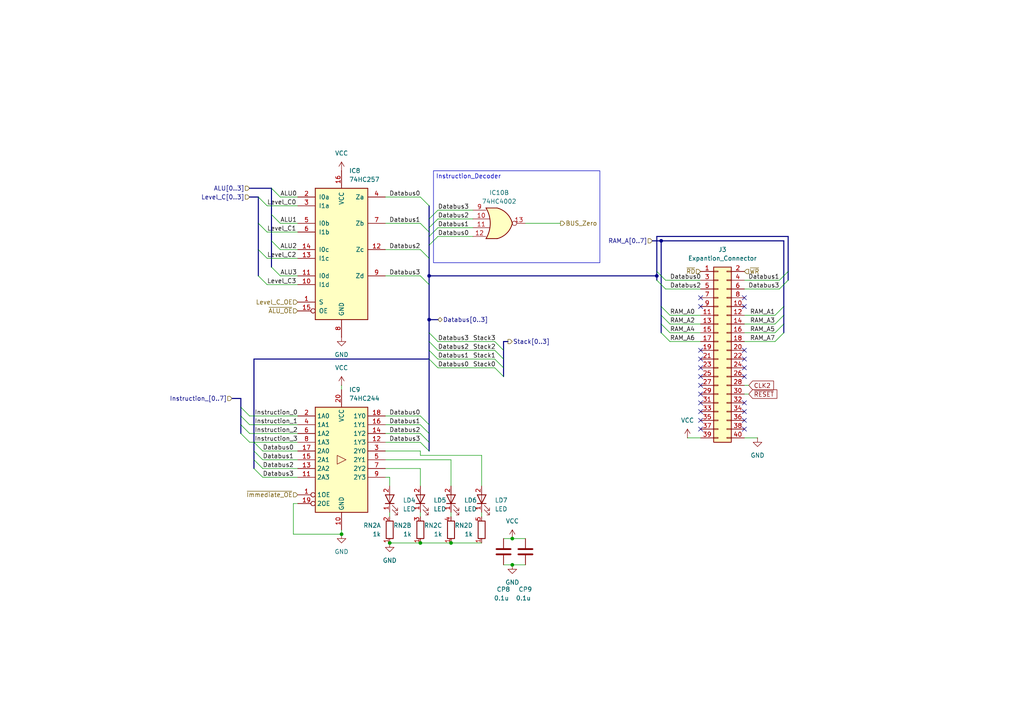
<source format=kicad_sch>
(kicad_sch (version 20250114) (generator "eeschema") (generator_version "9.0")
  (paper "A4")
  (title_block (title "HC4_CPU") (date "2025-02-23") (rev "1.2"))
  (lib_symbols
    (symbol "74xx_2:74HC244"
      (property "Reference" "IC" (at -7.62 16.51 0))
      (property "Value" "74HC244" (at -7.62 -16.51 0))
      (symbol "74HC244_1_0"
        (polyline (pts (xy 1.27 0) (xy -1.27 1.27) (xy -1.27 -1.27) (xy 1.27 0)) (stroke (width 0.1524)))
        (pin input line (at -12.7 12.7 0) (length 5.08) (name "1A0") (number "2"))
        (pin input line (at -12.7 10.16 0) (length 5.08) (name "1A1") (number "4"))
        (pin input line (at -12.7 7.62 0) (length 5.08) (name "1A2") (number "6"))
        (pin input line (at -12.7 5.08 0) (length 5.08) (name "1A3") (number "8"))
        (pin input line (at -12.7 2.54 0) (length 5.08) (name "2A0") (number "17"))
        (pin input line (at -12.7 0 0) (length 5.08) (name "2A1") (number "15"))
        (pin input line (at -12.7 -2.54 0) (length 5.08) (name "2A2") (number "13"))
        (pin input line (at -12.7 -5.08 0) (length 5.08) (name "2A3") (number "11"))
        (pin input inverted (at -12.7 -10.16 0) (length 5.08) (name "1OE") (number "1"))
        (pin input inverted (at -12.7 -12.7 0) (length 5.08) (name "2OE") (number "19"))
        (pin power_in line (at 0 20.32 270) (length 5.08) (name "VCC") (number "20"))
        (pin power_in line (at 0 -20.32 90) (length 5.08) (name "GND") (number "10"))
        (pin tri_state line (at 12.7 12.7 180) (length 5.08) (name "1Y0") (number "18"))
        (pin tri_state line (at 12.7 10.16 180) (length 5.08) (name "1Y1") (number "16"))
        (pin tri_state line (at 12.7 7.62 180) (length 5.08) (name "1Y2") (number "14"))
        (pin tri_state line (at 12.7 5.08 180) (length 5.08) (name "1Y3") (number "12"))
        (pin tri_state line (at 12.7 2.54 180) (length 5.08) (name "2Y0") (number "3"))
        (pin tri_state line (at 12.7 0 180) (length 5.08) (name "2Y1") (number "5"))
        (pin tri_state line (at 12.7 -2.54 180) (length 5.08) (name "2Y2") (number "7"))
        (pin tri_state line (at 12.7 -5.08 180) (length 5.08) (name "2Y3") (number "9"))
      )
      (symbol "74HC244_1_1"
        (rectangle (start -7.62 15.24) (end 7.62 -15.24) (stroke (width 0.254)) (fill (type background)))
      )
    )
    (symbol "74xx_2:74HC257" (pin_names (offset 1.016))
      (property "Reference" "IC" (at -7.62 19.05 0))
      (property "Value" "74HC257" (at -7.62 -21.59 0))
      (symbol "74HC257_1_0"
        (pin input line (at -12.7 15.24 0) (length 5.08) (name "I0a") (number "2"))
        (pin input line (at -12.7 12.7 0) (length 5.08) (name "I1a") (number "3"))
        (pin input line (at -12.7 7.62 0) (length 5.08) (name "I0b") (number "5"))
        (pin input line (at -12.7 5.08 0) (length 5.08) (name "I1b") (number "6"))
        (pin input line (at -12.7 0 0) (length 5.08) (name "I0c") (number "14"))
        (pin input line (at -12.7 -2.54 0) (length 5.08) (name "I1c") (number "13"))
        (pin input line (at -12.7 -7.62 0) (length 5.08) (name "I0d") (number "11"))
        (pin input line (at -12.7 -10.16 0) (length 5.08) (name "I1d") (number "10"))
        (pin input line (at -12.7 -15.24 0) (length 5.08) (name "S") (number "1"))
        (pin input inverted (at -12.7 -17.78 0) (length 5.08) (name "OE") (number "15"))
        (pin power_in line (at 0 22.86 270) (length 5.08) (name "VCC") (number "16"))
        (pin power_in line (at 0 -25.4 90) (length 5.08) (name "GND") (number "8"))
        (pin tri_state line (at 12.7 15.24 180) (length 5.08) (name "Za") (number "4"))
        (pin tri_state line (at 12.7 7.62 180) (length 5.08) (name "Zb") (number "7"))
        (pin tri_state line (at 12.7 0 180) (length 5.08) (name "Zc") (number "12"))
        (pin tri_state line (at 12.7 -7.62 180) (length 5.08) (name "Zd") (number "9"))
      )
      (symbol "74HC257_1_1"
        (rectangle (start -7.62 17.78) (end 7.62 -20.32) (stroke (width 0.254)) (fill (type background)))
      )
    )
    (symbol "74xx_2:74HC4002" (pin_names (offset 1.016))
      (property "Reference" "IC" (at 0 1.27 0))
      (property "Value" "74HC4002" (at 0 -1.27 0))
      (symbol "74HC4002_1_1"
        (arc (start -3.81 4.445) (mid -2.5908 0) (end -3.81 -4.445) (stroke (width 0.254)))
        (polyline (pts (xy -3.81 4.445) (xy -0.635 4.445)) (stroke (width 0.254)) (fill (type background)))
        (polyline (pts (xy -3.81 -4.445) (xy -0.635 -4.445)) (stroke (width 0.254)) (fill (type background)))
        (arc (start -0.6096 4.445) (mid 2.2198 2.8385) (end 3.81 0) (stroke (width 0.254)) (fill (type background)))
        (arc (start 3.81 0) (mid 2.224 -2.8428) (end -0.6096 -4.445) (stroke (width 0.254)) (fill (type background)))
        (polyline (pts (xy -0.635 4.445) (xy -3.81 4.445) (xy -3.81 4.445) (xy -3.6322 4.0894) (xy -3.0988 2.921) (xy -2.7686 1.6764) (xy -2.6162 0.4318) (xy -2.6416 -0.8636) (xy -2.8702 -2.1082) (xy -3.2512 -3.3274) (xy -3.81 -4.445) (xy -3.81 -4.445) (xy -0.635 -4.445)) (stroke (width -25.4)) (fill (type background)))
        (pin input line (at -7.62 3.81 0) (length 3.81) (name "~") (number "2"))
        (pin input line (at -7.62 1.27 0) (length 4.826) (name "~") (number "3"))
        (pin input line (at -7.62 -1.27 0) (length 4.826) (name "~") (number "4"))
        (pin input line (at -7.62 -3.81 0) (length 3.81) (name "~") (number "5"))
        (pin output inverted (at 7.62 0 180) (length 3.81) (name "~") (number "1"))
      )
      (symbol "74HC4002_1_2"
        (arc (start -0.635 4.445) (mid 3.7907 0) (end -0.635 -4.445) (stroke (width 0.254)) (fill (type background)))
        (polyline (pts (xy -0.635 4.445) (xy -3.81 4.445) (xy -3.81 -4.445) (xy -0.635 -4.445)) (stroke (width 0.254)) (fill (type background)))
        (pin input inverted (at -7.62 3.81 0) (length 3.81) (name "~") (number "2"))
        (pin input inverted (at -7.62 1.27 0) (length 3.81) (name "~") (number "3"))
        (pin input inverted (at -7.62 -1.27 0) (length 3.81) (name "~") (number "4"))
        (pin input inverted (at -7.62 -3.81 0) (length 3.81) (name "~") (number "5"))
        (pin output line (at 7.62 0 180) (length 3.81) (name "~") (number "1"))
      )
      (symbol "74HC4002_2_1"
        (arc (start -3.81 4.445) (mid -2.5908 0) (end -3.81 -4.445) (stroke (width 0.254)))
        (polyline (pts (xy -3.81 4.445) (xy -0.635 4.445)) (stroke (width 0.254)) (fill (type background)))
        (polyline (pts (xy -3.81 -4.445) (xy -0.635 -4.445)) (stroke (width 0.254)) (fill (type background)))
        (arc (start -0.6096 4.445) (mid 2.2198 2.8385) (end 3.81 0) (stroke (width 0.254)) (fill (type background)))
        (arc (start 3.81 0) (mid 2.224 -2.8428) (end -0.6096 -4.445) (stroke (width 0.254)) (fill (type background)))
        (polyline (pts (xy -0.635 4.445) (xy -3.81 4.445) (xy -3.81 4.445) (xy -3.6322 4.0894) (xy -3.0988 2.921) (xy -2.7686 1.6764) (xy -2.6162 0.4318) (xy -2.6416 -0.8636) (xy -2.8702 -2.1082) (xy -3.2512 -3.3274) (xy -3.81 -4.445) (xy -3.81 -4.445) (xy -0.635 -4.445)) (stroke (width -25.4)) (fill (type background)))
        (pin input line (at -7.62 3.81 0) (length 3.81) (name "~") (number "9"))
        (pin input line (at -7.62 1.27 0) (length 4.826) (name "~") (number "10"))
        (pin input line (at -7.62 -1.27 0) (length 4.826) (name "~") (number "11"))
        (pin input line (at -7.62 -3.81 0) (length 3.81) (name "~") (number "12"))
        (pin output inverted (at 7.62 0 180) (length 3.81) (name "~") (number "13"))
      )
      (symbol "74HC4002_2_2"
        (arc (start -0.635 4.445) (mid 3.7907 0) (end -0.635 -4.445) (stroke (width 0.254)) (fill (type background)))
        (polyline (pts (xy -0.635 4.445) (xy -3.81 4.445) (xy -3.81 -4.445) (xy -0.635 -4.445)) (stroke (width 0.254)) (fill (type background)))
        (pin input inverted (at -7.62 3.81 0) (length 3.81) (name "~") (number "9"))
        (pin input inverted (at -7.62 1.27 0) (length 3.81) (name "~") (number "10"))
        (pin input inverted (at -7.62 -1.27 0) (length 3.81) (name "~") (number "11"))
        (pin input inverted (at -7.62 -3.81 0) (length 3.81) (name "~") (number "12"))
        (pin output line (at 7.62 0 180) (length 3.81) (name "~") (number "13"))
      )
      (symbol "74HC4002_3_0"
        (pin power_in line (at 0 12.7 270) (length 5.08) (name "VDD") (number "14"))
        (pin power_in line (at 0 -12.7 90) (length 5.08) (name "VSS") (number "7"))
      )
      (symbol "74HC4002_3_1"
        (rectangle (start -5.08 7.62) (end 5.08 -7.62) (stroke (width 0.254)) (fill (type background)))
      )
    )
    (symbol "Connector_Generic:Conn_02x20_Odd_Even" (pin_names (offset 1.016) (hide yes))
      (property "Reference" "J" (at 1.27 25.4 0))
      (property "Value" "Conn_02x20_Odd_Even" (at 1.27 -27.94 0))
      (symbol "Conn_02x20_Odd_Even_1_1"
        (rectangle (start -1.27 24.13) (end 3.81 -26.67) (stroke (width 0.254)) (fill (type background)))
        (rectangle (start -1.27 22.987) (end 0 22.733) (stroke (width 0.1524)))
        (rectangle (start -1.27 20.447) (end 0 20.193) (stroke (width 0.1524)))
        (rectangle (start -1.27 17.907) (end 0 17.653) (stroke (width 0.1524)))
        (rectangle (start -1.27 15.367) (end 0 15.113) (stroke (width 0.1524)))
        (rectangle (start -1.27 12.827) (end 0 12.573) (stroke (width 0.1524)))
        (rectangle (start -1.27 10.287) (end 0 10.033) (stroke (width 0.1524)))
        (rectangle (start -1.27 7.747) (end 0 7.493) (stroke (width 0.1524)))
        (rectangle (start -1.27 5.207) (end 0 4.953) (stroke (width 0.1524)))
        (rectangle (start -1.27 2.667) (end 0 2.413) (stroke (width 0.1524)))
        (rectangle (start -1.27 0.127) (end 0 -0.127) (stroke (width 0.1524)))
        (rectangle (start -1.27 -2.413) (end 0 -2.667) (stroke (width 0.1524)))
        (rectangle (start -1.27 -4.953) (end 0 -5.207) (stroke (width 0.1524)))
        (rectangle (start -1.27 -7.493) (end 0 -7.747) (stroke (width 0.1524)))
        (rectangle (start -1.27 -10.033) (end 0 -10.287) (stroke (width 0.1524)))
        (rectangle (start -1.27 -12.573) (end 0 -12.827) (stroke (width 0.1524)))
        (rectangle (start -1.27 -15.113) (end 0 -15.367) (stroke (width 0.1524)))
        (rectangle (start -1.27 -17.653) (end 0 -17.907) (stroke (width 0.1524)))
        (rectangle (start -1.27 -20.193) (end 0 -20.447) (stroke (width 0.1524)))
        (rectangle (start -1.27 -22.733) (end 0 -22.987) (stroke (width 0.1524)))
        (rectangle (start -1.27 -25.273) (end 0 -25.527) (stroke (width 0.1524)))
        (rectangle (start 3.81 22.987) (end 2.54 22.733) (stroke (width 0.1524)))
        (rectangle (start 3.81 20.447) (end 2.54 20.193) (stroke (width 0.1524)))
        (rectangle (start 3.81 17.907) (end 2.54 17.653) (stroke (width 0.1524)))
        (rectangle (start 3.81 15.367) (end 2.54 15.113) (stroke (width 0.1524)))
        (rectangle (start 3.81 12.827) (end 2.54 12.573) (stroke (width 0.1524)))
        (rectangle (start 3.81 10.287) (end 2.54 10.033) (stroke (width 0.1524)))
        (rectangle (start 3.81 7.747) (end 2.54 7.493) (stroke (width 0.1524)))
        (rectangle (start 3.81 5.207) (end 2.54 4.953) (stroke (width 0.1524)))
        (rectangle (start 3.81 2.667) (end 2.54 2.413) (stroke (width 0.1524)))
        (rectangle (start 3.81 0.127) (end 2.54 -0.127) (stroke (width 0.1524)))
        (rectangle (start 3.81 -2.413) (end 2.54 -2.667) (stroke (width 0.1524)))
        (rectangle (start 3.81 -4.953) (end 2.54 -5.207) (stroke (width 0.1524)))
        (rectangle (start 3.81 -7.493) (end 2.54 -7.747) (stroke (width 0.1524)))
        (rectangle (start 3.81 -10.033) (end 2.54 -10.287) (stroke (width 0.1524)))
        (rectangle (start 3.81 -12.573) (end 2.54 -12.827) (stroke (width 0.1524)))
        (rectangle (start 3.81 -15.113) (end 2.54 -15.367) (stroke (width 0.1524)))
        (rectangle (start 3.81 -17.653) (end 2.54 -17.907) (stroke (width 0.1524)))
        (rectangle (start 3.81 -20.193) (end 2.54 -20.447) (stroke (width 0.1524)))
        (rectangle (start 3.81 -22.733) (end 2.54 -22.987) (stroke (width 0.1524)))
        (rectangle (start 3.81 -25.273) (end 2.54 -25.527) (stroke (width 0.1524)))
        (pin passive line (at -5.08 22.86 0) (length 3.81) (name "Pin_1") (number "1"))
        (pin passive line (at -5.08 20.32 0) (length 3.81) (name "Pin_3") (number "3"))
        (pin passive line (at -5.08 17.78 0) (length 3.81) (name "Pin_5") (number "5"))
        (pin passive line (at -5.08 15.24 0) (length 3.81) (name "Pin_7") (number "7"))
        (pin passive line (at -5.08 12.7 0) (length 3.81) (name "Pin_9") (number "9"))
        (pin passive line (at -5.08 10.16 0) (length 3.81) (name "Pin_11") (number "11"))
        (pin passive line (at -5.08 7.62 0) (length 3.81) (name "Pin_13") (number "13"))
        (pin passive line (at -5.08 5.08 0) (length 3.81) (name "Pin_15") (number "15"))
        (pin passive line (at -5.08 2.54 0) (length 3.81) (name "Pin_17") (number "17"))
        (pin passive line (at -5.08 0 0) (length 3.81) (name "Pin_19") (number "19"))
        (pin passive line (at -5.08 -2.54 0) (length 3.81) (name "Pin_21") (number "21"))
        (pin passive line (at -5.08 -5.08 0) (length 3.81) (name "Pin_23") (number "23"))
        (pin passive line (at -5.08 -7.62 0) (length 3.81) (name "Pin_25") (number "25"))
        (pin passive line (at -5.08 -10.16 0) (length 3.81) (name "Pin_27") (number "27"))
        (pin passive line (at -5.08 -12.7 0) (length 3.81) (name "Pin_29") (number "29"))
        (pin passive line (at -5.08 -15.24 0) (length 3.81) (name "Pin_31") (number "31"))
        (pin passive line (at -5.08 -17.78 0) (length 3.81) (name "Pin_33") (number "33"))
        (pin passive line (at -5.08 -20.32 0) (length 3.81) (name "Pin_35") (number "35"))
        (pin passive line (at -5.08 -22.86 0) (length 3.81) (name "Pin_37") (number "37"))
        (pin passive line (at -5.08 -25.4 0) (length 3.81) (name "Pin_39") (number "39"))
        (pin passive line (at 7.62 22.86 180) (length 3.81) (name "Pin_2") (number "2"))
        (pin passive line (at 7.62 20.32 180) (length 3.81) (name "Pin_4") (number "4"))
        (pin passive line (at 7.62 17.78 180) (length 3.81) (name "Pin_6") (number "6"))
        (pin passive line (at 7.62 15.24 180) (length 3.81) (name "Pin_8") (number "8"))
        (pin passive line (at 7.62 12.7 180) (length 3.81) (name "Pin_10") (number "10"))
        (pin passive line (at 7.62 10.16 180) (length 3.81) (name "Pin_12") (number "12"))
        (pin passive line (at 7.62 7.62 180) (length 3.81) (name "Pin_14") (number "14"))
        (pin passive line (at 7.62 5.08 180) (length 3.81) (name "Pin_16") (number "16"))
        (pin passive line (at 7.62 2.54 180) (length 3.81) (name "Pin_18") (number "18"))
        (pin passive line (at 7.62 0 180) (length 3.81) (name "Pin_20") (number "20"))
        (pin passive line (at 7.62 -2.54 180) (length 3.81) (name "Pin_22") (number "22"))
        (pin passive line (at 7.62 -5.08 180) (length 3.81) (name "Pin_24") (number "24"))
        (pin passive line (at 7.62 -7.62 180) (length 3.81) (name "Pin_26") (number "26"))
        (pin passive line (at 7.62 -10.16 180) (length 3.81) (name "Pin_28") (number "28"))
        (pin passive line (at 7.62 -12.7 180) (length 3.81) (name "Pin_30") (number "30"))
        (pin passive line (at 7.62 -15.24 180) (length 3.81) (name "Pin_32") (number "32"))
        (pin passive line (at 7.62 -17.78 180) (length 3.81) (name "Pin_34") (number "34"))
        (pin passive line (at 7.62 -20.32 180) (length 3.81) (name "Pin_36") (number "36"))
        (pin passive line (at 7.62 -22.86 180) (length 3.81) (name "Pin_38") (number "38"))
        (pin passive line (at 7.62 -25.4 180) (length 3.81) (name "Pin_40") (number "40"))
      )
    )
    (symbol "Device2:C_Bypass" (pin_numbers (hide yes)) (pin_names (offset 0.254))
      (property "Reference" "CP" (at 0.635 2.54 0))
      (property "Value" "C_Byp" (at 0.635 -2.54 0))
      (symbol "C_Bypass_0_1"
        (polyline (pts (xy -2.032 0.762) (xy 2.032 0.762)) (stroke (width 0.508)))
        (polyline (pts (xy -2.032 -0.762) (xy 2.032 -0.762)) (stroke (width 0.508)))
      )
      (symbol "C_Bypass_1_1"
        (pin passive line (at 0 3.81 270) (length 2.794) (name "~") (number "1"))
        (pin passive line (at 0 -3.81 90) (length 2.794) (name "~") (number "2"))
      )
    )
    (symbol "Device2:LED_"
      (property "Reference" "LD" (at 0 2.54 0))
      (symbol "LED__0_1"
        (polyline (pts (xy -3.048 -0.762) (xy -4.572 -2.286) (xy -3.81 -2.286) (xy -4.572 -2.286) (xy -4.572 -1.524)))
        (polyline (pts (xy -1.778 -0.762) (xy -3.302 -2.286) (xy -2.54 -2.286) (xy -3.302 -2.286) (xy -3.302 -1.524)))
        (polyline (pts (xy -1.27 0) (xy 1.27 0)))
        (polyline (pts (xy -1.27 -1.27) (xy -1.27 1.27)) (stroke (width 0.254)))
        (polyline (pts (xy 1.27 -1.27) (xy 1.27 1.27) (xy -1.27 0) (xy 1.27 -1.27)) (stroke (width 0.254)))
      )
      (symbol "LED__1_1"
        (pin passive line (at -3.81 0 0) (length 2.54) (name "K") (number "1"))
        (pin passive line (at 3.81 0 180) (length 2.54) (name "") (number "2"))
      )
    )
    (symbol "Device:R_Network04_Split" (pin_names (offset 0) (hide yes))
      (property "Reference" "RN" (at 2.032 0 90))
      (property "Value" "R_Network04_Split" (at 0 0 90))
      (symbol "R_Network04_Split_0_1"
        (rectangle (start 1.016 2.54) (end -1.016 -2.54) (stroke (width 0.254)))
        (pin passive line (at 0 3.81 270) (length 1.27) (name "R1") (number "1"))
      )
      (symbol "R_Network04_Split_1_1"
        (pin passive line (at 0 -3.81 90) (length 1.27) (name "R1.2") (number "2"))
      )
      (symbol "R_Network04_Split_2_1"
        (pin passive line (at 0 -3.81 90) (length 1.27) (name "R2.2") (number "3"))
      )
      (symbol "R_Network04_Split_3_1"
        (pin passive line (at 0 -3.81 90) (length 1.27) (name "R3.2") (number "4"))
      )
      (symbol "R_Network04_Split_4_1"
        (pin passive line (at 0 -3.81 90) (length 1.27) (name "R4.2") (number "5"))
      )
    )
    (symbol "power:GND" (power) (pin_numbers (hide yes)) (pin_names (offset 0) (hide yes))
      (property "Value" "GND" (at 0 -3.81 0))
      (symbol "GND_0_1"
        (polyline (pts (xy 0 0) (xy 0 -1.27) (xy 1.27 -1.27) (xy 0 -2.54) (xy -1.27 -1.27) (xy 0 -1.27)))
      )
      (symbol "GND_1_1"
        (pin power_in line (at 0 0 270) (length 0) (name "~") (number "1"))
      )
    )
    (symbol "power:VCC" (power) (pin_numbers (hide yes)) (pin_names (offset 0) (hide yes))
      (property "Value" "VCC" (at 0 3.556 0))
      (symbol "VCC_0_1"
        (polyline (pts (xy -0.762 1.27) (xy 0 2.54)))
        (polyline (pts (xy 0 2.54) (xy 0.762 1.27)))
        (polyline (pts (xy 0 0) (xy 0 2.54)))
      )
      (symbol "VCC_1_1"
        (pin power_in line (at 0 0 90) (length 0) (name "~") (number "1"))
      )
    )
  )
  (rectangle (start 125.73 49.53) (end 173.99 76.2))
  (text "Instruction_Decoder" (at 135.89 51.308 0) (effects (font (size 1.27 1.27))))
  (junction (at 121.92 157.48))
  (junction (at 190.5 80.01))
  (junction (at 124.46 92.71))
  (junction (at 113.03 157.48))
  (junction (at 148.59 163.83))
  (junction (at 99.06 154.94))
  (junction (at 191.77 69.85))
  (junction (at 148.59 156.21))
  (junction (at 130.81 157.48))
  (junction (at 124.46 80.01))
  (no_connect (at 203.2 114.3))
  (no_connect (at 215.9 116.84))
  (no_connect (at 203.2 88.9))
  (no_connect (at 203.2 86.36))
  (no_connect (at 203.2 104.14))
  (no_connect (at 215.9 101.6))
  (no_connect (at 203.2 106.68))
  (no_connect (at 203.2 101.6))
  (no_connect (at 215.9 119.38))
  (no_connect (at 203.2 119.38))
  (no_connect (at 215.9 104.14))
  (no_connect (at 203.2 111.76))
  (no_connect (at 215.9 124.46))
  (no_connect (at 215.9 86.36))
  (no_connect (at 215.9 121.92))
  (no_connect (at 203.2 124.46))
  (no_connect (at 203.2 116.84))
  (no_connect (at 215.9 106.68))
  (no_connect (at 215.9 109.22))
  (no_connect (at 203.2 121.92))
  (no_connect (at 215.9 88.9))
  (no_connect (at 203.2 109.22))
  (bus_entry (at 228.6 81.28) (size -2.54 2.54))
  (bus_entry (at 127 60.96) (size -2.54 2.54))
  (bus_entry (at 127 66.04) (size -2.54 2.54))
  (bus_entry (at 190.5 81.28) (size 2.54 2.54))
  (bus_entry (at 227.33 93.98) (size -2.54 2.54))
  (bus_entry (at 78.74 69.85) (size 2.54 2.54))
  (bus_entry (at 74.93 80.01) (size 2.54 2.54))
  (bus_entry (at 121.92 72.39) (size 2.54 2.54))
  (bus_entry (at 127 63.5) (size -2.54 2.54))
  (bus_entry (at 78.74 77.47) (size 2.54 2.54))
  (bus_entry (at 121.92 128.27) (size 2.54 2.54))
  (bus_entry (at 69.85 125.73) (size 2.54 2.54))
  (bus_entry (at 69.85 123.19) (size 2.54 2.54))
  (bus_entry (at 76.2 133.35) (size -2.54 -2.54))
  (bus_entry (at 127 101.6) (size -2.54 -2.54))
  (bus_entry (at 127 68.58) (size -2.54 2.54))
  (bus_entry (at 146.05 106.68) (size -2.54 -2.54))
  (bus_entry (at 121.92 57.15) (size 2.54 2.54))
  (bus_entry (at 78.74 54.61) (size 2.54 2.54))
  (bus_entry (at 121.92 64.77) (size 2.54 2.54))
  (bus_entry (at 121.92 125.73) (size 2.54 2.54))
  (bus_entry (at 78.74 62.23) (size 2.54 2.54))
  (bus_entry (at 191.77 91.44) (size 2.54 2.54))
  (bus_entry (at 127 104.14) (size -2.54 -2.54))
  (bus_entry (at 69.85 120.65) (size 2.54 2.54))
  (bus_entry (at 74.93 57.15) (size 2.54 2.54))
  (bus_entry (at 76.2 138.43) (size -2.54 -2.54))
  (bus_entry (at 146.05 104.14) (size -2.54 -2.54))
  (bus_entry (at 121.92 80.01) (size 2.54 2.54))
  (bus_entry (at 127 99.06) (size -2.54 -2.54))
  (bus_entry (at 121.92 120.65) (size 2.54 2.54))
  (bus_entry (at 73.66 128.27) (size 2.54 2.54))
  (bus_entry (at 191.77 96.52) (size 2.54 2.54))
  (bus_entry (at 127 106.68) (size -2.54 -2.54))
  (bus_entry (at 146.05 109.22) (size -2.54 -2.54))
  (bus_entry (at 228.6 78.74) (size -2.54 2.54))
  (bus_entry (at 146.05 101.6) (size -2.54 -2.54))
  (bus_entry (at 121.92 123.19) (size 2.54 2.54))
  (bus_entry (at 191.77 93.98) (size 2.54 2.54))
  (bus_entry (at 227.33 88.9) (size -2.54 2.54))
  (bus_entry (at 227.33 91.44) (size -2.54 2.54))
  (bus_entry (at 76.2 135.89) (size -2.54 -2.54))
  (bus_entry (at 74.93 64.77) (size 2.54 2.54))
  (bus_entry (at 69.85 118.11) (size 2.54 2.54))
  (bus_entry (at 190.5 78.74) (size 2.54 2.54))
  (bus_entry (at 227.33 96.52) (size -2.54 2.54))
  (bus_entry (at 191.77 88.9) (size 2.54 2.54))
  (bus_entry (at 74.93 72.39) (size 2.54 2.54))
  (bus (pts (xy 124.46 99.06) (xy 124.46 96.52)))
  (bus (pts (xy 124.46 101.6) (xy 124.46 99.06)))
  (wire (pts (xy 86.36 146.05) (xy 85.09 146.05)))
  (wire (pts (xy 152.4 64.77) (xy 162.56 64.77)))
  (wire (pts (xy 99.06 154.94) (xy 99.06 153.67)))
  (bus (pts (xy 124.46 71.12) (xy 124.46 74.93)))
  (bus (pts (xy 72.39 57.15) (xy 74.93 57.15)))
  (wire (pts (xy 194.31 99.06) (xy 203.2 99.06)))
  (wire (pts (xy 193.04 81.28) (xy 203.2 81.28)))
  (bus (pts (xy 191.77 69.85) (xy 227.33 69.85)))
  (wire (pts (xy 137.16 63.5) (xy 127 63.5)))
  (bus (pts (xy 191.77 88.9) (xy 191.77 91.44)))
  (bus (pts (xy 74.93 64.77) (xy 74.93 57.15)))
  (wire (pts (xy 130.81 157.48) (xy 139.7 157.48)))
  (wire (pts (xy 86.36 59.69) (xy 77.47 59.69)))
  (bus (pts (xy 124.46 67.31) (xy 124.46 68.58)))
  (wire (pts (xy 111.76 64.77) (xy 121.92 64.77)))
  (bus (pts (xy 124.46 82.55) (xy 124.46 92.71)))
  (wire (pts (xy 146.05 163.83) (xy 148.59 163.83)))
  (wire (pts (xy 148.59 156.21) (xy 152.4 156.21)))
  (bus (pts (xy 227.33 93.98) (xy 227.33 91.44)))
  (wire (pts (xy 193.04 83.82) (xy 203.2 83.82)))
  (wire (pts (xy 111.76 80.01) (xy 121.92 80.01)))
  (bus (pts (xy 190.5 80.01) (xy 124.46 80.01)))
  (wire (pts (xy 72.39 123.19) (xy 86.36 123.19)))
  (wire (pts (xy 127 104.14) (xy 143.51 104.14)))
  (wire (pts (xy 86.36 135.89) (xy 76.2 135.89)))
  (bus (pts (xy 69.85 120.65) (xy 69.85 118.11)))
  (wire (pts (xy 111.76 125.73) (xy 121.92 125.73)))
  (wire (pts (xy 76.2 130.81) (xy 86.36 130.81)))
  (bus (pts (xy 73.66 104.14) (xy 124.46 104.14)))
  (bus (pts (xy 227.33 91.44) (xy 227.33 88.9)))
  (bus (pts (xy 227.33 88.9) (xy 227.33 69.85)))
  (wire (pts (xy 139.7 132.08) (xy 139.7 140.97)))
  (wire (pts (xy 111.76 123.19) (xy 121.92 123.19)))
  (wire (pts (xy 72.39 128.27) (xy 73.66 128.27)))
  (wire (pts (xy 121.92 132.08) (xy 139.7 132.08)))
  (wire (pts (xy 194.31 96.52) (xy 203.2 96.52)))
  (wire (pts (xy 111.76 57.15) (xy 121.92 57.15)))
  (bus (pts (xy 124.46 92.71) (xy 124.46 96.52)))
  (wire (pts (xy 85.09 154.94) (xy 99.06 154.94)))
  (wire (pts (xy 86.36 74.93) (xy 77.47 74.93)))
  (bus (pts (xy 191.77 69.85) (xy 191.77 88.9)))
  (wire (pts (xy 194.31 93.98) (xy 203.2 93.98)))
  (bus (pts (xy 73.66 130.81) (xy 73.66 128.27)))
  (bus (pts (xy 78.74 54.61) (xy 78.74 62.23)))
  (wire (pts (xy 130.81 133.35) (xy 130.81 140.97)))
  (bus (pts (xy 74.93 72.39) (xy 74.93 64.77)))
  (wire (pts (xy 113.03 140.97) (xy 113.03 138.43)))
  (wire (pts (xy 81.28 72.39) (xy 86.36 72.39)))
  (bus (pts (xy 146.05 106.68) (xy 146.05 109.22)))
  (bus (pts (xy 147.32 99.06) (xy 146.05 99.06)))
  (bus (pts (xy 190.5 78.74) (xy 190.5 80.01)))
  (bus (pts (xy 228.6 78.74) (xy 228.6 81.28)))
  (wire (pts (xy 86.36 138.43) (xy 76.2 138.43)))
  (wire (pts (xy 137.16 68.58) (xy 127 68.58)))
  (wire (pts (xy 139.7 149.86) (xy 139.7 148.59)))
  (wire (pts (xy 137.16 66.04) (xy 127 66.04)))
  (wire (pts (xy 127 101.6) (xy 143.51 101.6)))
  (bus (pts (xy 146.05 104.14) (xy 146.05 106.68)))
  (wire (pts (xy 86.36 67.31) (xy 77.47 67.31)))
  (bus (pts (xy 124.46 104.14) (xy 124.46 123.19)))
  (wire (pts (xy 215.9 114.3) (xy 217.17 114.3)))
  (wire (pts (xy 121.92 130.81) (xy 121.92 132.08)))
  (wire (pts (xy 72.39 125.73) (xy 86.36 125.73)))
  (bus (pts (xy 124.46 80.01) (xy 124.46 74.93)))
  (wire (pts (xy 146.05 156.21) (xy 148.59 156.21)))
  (bus (pts (xy 190.5 68.58) (xy 190.5 78.74)))
  (bus (pts (xy 69.85 118.11) (xy 69.85 115.57)))
  (wire (pts (xy 217.17 111.76) (xy 215.9 111.76)))
  (wire (pts (xy 215.9 99.06) (xy 224.79 99.06)))
  (wire (pts (xy 224.79 93.98) (xy 215.9 93.98)))
  (wire (pts (xy 86.36 133.35) (xy 76.2 133.35)))
  (wire (pts (xy 127 106.68) (xy 143.51 106.68)))
  (wire (pts (xy 130.81 149.86) (xy 130.81 148.59)))
  (wire (pts (xy 81.28 64.77) (xy 86.36 64.77)))
  (wire (pts (xy 81.28 80.01) (xy 86.36 80.01)))
  (wire (pts (xy 121.92 149.86) (xy 121.92 148.59)))
  (wire (pts (xy 199.39 127) (xy 203.2 127)))
  (bus (pts (xy 227.33 96.52) (xy 227.33 93.98)))
  (bus (pts (xy 191.77 93.98) (xy 191.77 96.52)))
  (wire (pts (xy 224.79 91.44) (xy 215.9 91.44)))
  (bus (pts (xy 73.66 135.89) (xy 73.66 133.35)))
  (bus (pts (xy 78.74 62.23) (xy 78.74 69.85)))
  (bus (pts (xy 189.23 69.85) (xy 191.77 69.85)))
  (wire (pts (xy 113.03 138.43) (xy 111.76 138.43)))
  (bus (pts (xy 78.74 54.61) (xy 72.39 54.61)))
  (wire (pts (xy 194.31 91.44) (xy 203.2 91.44)))
  (bus (pts (xy 69.85 125.73) (xy 69.85 123.19)))
  (bus (pts (xy 146.05 99.06) (xy 146.05 101.6)))
  (wire (pts (xy 224.79 96.52) (xy 215.9 96.52)))
  (wire (pts (xy 121.92 157.48) (xy 130.81 157.48)))
  (bus (pts (xy 78.74 69.85) (xy 78.74 77.47)))
  (bus (pts (xy 228.6 68.58) (xy 228.6 78.74)))
  (wire (pts (xy 72.39 120.65) (xy 86.36 120.65)))
  (bus (pts (xy 191.77 91.44) (xy 191.77 93.98)))
  (wire (pts (xy 111.76 135.89) (xy 121.92 135.89)))
  (wire (pts (xy 111.76 72.39) (xy 121.92 72.39)))
  (wire (pts (xy 113.03 149.86) (xy 113.03 148.59)))
  (wire (pts (xy 86.36 82.55) (xy 77.47 82.55)))
  (wire (pts (xy 111.76 133.35) (xy 130.81 133.35)))
  (bus (pts (xy 73.66 133.35) (xy 73.66 130.81)))
  (bus (pts (xy 69.85 123.19) (xy 69.85 120.65)))
  (bus (pts (xy 190.5 68.58) (xy 228.6 68.58)))
  (wire (pts (xy 113.03 157.48) (xy 121.92 157.48)))
  (bus (pts (xy 74.93 80.01) (xy 74.93 72.39)))
  (wire (pts (xy 85.09 146.05) (xy 85.09 154.94)))
  (bus (pts (xy 146.05 101.6) (xy 146.05 104.14)))
  (bus (pts (xy 124.46 125.73) (xy 124.46 128.27)))
  (wire (pts (xy 121.92 135.89) (xy 121.92 140.97)))
  (bus (pts (xy 69.85 115.57) (xy 67.31 115.57)))
  (wire (pts (xy 127 99.06) (xy 143.51 99.06)))
  (bus (pts (xy 124.46 128.27) (xy 124.46 130.81)))
  (bus (pts (xy 124.46 101.6) (xy 124.46 104.14)))
  (wire (pts (xy 111.76 130.81) (xy 121.92 130.81)))
  (wire (pts (xy 81.28 57.15) (xy 86.36 57.15)))
  (bus (pts (xy 124.46 66.04) (xy 124.46 67.31)))
  (bus (pts (xy 124.46 123.19) (xy 124.46 125.73)))
  (bus (pts (xy 190.5 80.01) (xy 190.5 81.28)))
  (wire (pts (xy 215.9 81.28) (xy 226.06 81.28)))
  (wire (pts (xy 111.76 120.65) (xy 121.92 120.65)))
  (bus (pts (xy 124.46 92.71) (xy 127 92.71)))
  (wire (pts (xy 215.9 127) (xy 219.71 127)))
  (bus (pts (xy 124.46 68.58) (xy 124.46 71.12)))
  (wire (pts (xy 215.9 83.82) (xy 226.06 83.82)))
  (wire (pts (xy 99.06 111.76) (xy 99.06 113.03)))
  (wire (pts (xy 73.66 128.27) (xy 86.36 128.27)))
  (wire (pts (xy 111.76 128.27) (xy 121.92 128.27)))
  (bus (pts (xy 73.66 128.27) (xy 73.66 104.14)))
  (wire (pts (xy 137.16 60.96) (xy 127 60.96)))
  (bus (pts (xy 124.46 80.01) (xy 124.46 82.55)))
  (wire (pts (xy 148.59 163.83) (xy 152.4 163.83)))
  (bus (pts (xy 124.46 63.5) (xy 124.46 66.04)))
  (bus (pts (xy 124.46 59.69) (xy 124.46 63.5)))
  (label "ALU0" (at 81.28 57.15 0))
  (label "Databus1" (at 121.92 123.19 180))
  (label "Stack0" (at 137.16 106.68 0))
  (label "Databus1" (at 76.2 133.35 0))
  (label "Level_C0" (at 77.47 59.69 0))
  (label "Stack2" (at 137.16 101.6 0))
  (label "Databus3" (at 127 99.06 0))
  (label "Databus3" (at 127 60.96 0))
  (label "Databus1" (at 127 66.04 0))
  (label "Databus0" (at 76.2 130.81 0))
  (label "Databus2" (at 121.92 72.39 180))
  (label "Databus3" (at 121.92 128.27 180))
  (label "Databus3" (at 76.2 138.43 0))
  (label "Stack1" (at 137.16 104.14 0))
  (label "Stack3" (at 137.16 99.06 0))
  (label "Databus3" (at 121.92 80.01 180))
  (label "Databus0" (at 127 106.68 0))
  (label "Instruction_3" (at 86.36 128.27 180))
  (label "RAM_A1" (at 224.79 91.44 180))
  (label "RAM_A2" (at 194.31 93.98 0))
  (label "ALU1" (at 81.28 64.77 0))
  (label "RAM_A4" (at 194.31 96.52 0))
  (label "Level_C2" (at 77.47 74.93 0))
  (label "RAM_A5" (at 224.79 96.52 180))
  (label "ALU2" (at 81.28 72.39 0))
  (label "Databus1" (at 121.92 64.77 180))
  (label "RAM_A6" (at 194.31 99.06 0))
  (label "RAM_A7" (at 224.79 99.06 180))
  (label "Level_C1" (at 77.47 67.31 0))
  (label "Instruction_1" (at 86.36 123.19 180))
  (label "Databus2" (at 127 63.5 0))
  (label "Databus3" (at 226.06 83.82 180))
  (label "Databus0" (at 121.92 57.15 180))
  (label "RAM_A0" (at 194.31 91.44 0))
  (label "Databus0" (at 127 68.58 0))
  (label "Databus0" (at 121.92 120.65 180))
  (label "Databus0" (at 194.31 81.28 0))
  (label "Databus2" (at 194.31 83.82 0))
  (label "Databus1" (at 226.06 81.28 180))
  (label "Databus2" (at 76.2 135.89 0))
  (label "Databus2" (at 127 101.6 0))
  (label "Instruction_2" (at 86.36 125.73 180))
  (label "Level_C3" (at 77.47 82.55 0))
  (label "Instruction_0" (at 86.36 120.65 180))
  (label "Databus2" (at 121.92 125.73 180))
  (label "Databus1" (at 127 104.14 0))
  (label "RAM_A3" (at 224.79 93.98 180))
  (label "ALU3" (at 81.28 80.01 0))
  (global_label "~{RESET}" (shape input) (at 217.17 114.3 0) (property "Intersheetrefs" "${INTERSHEET_REFS}" (effects (hide yes))))
  (global_label "CLK2" (shape input) (at 217.17 111.76 0) (property "Intersheetrefs" "${INTERSHEET_REFS}" (effects (hide yes))))
  (hierarchical_label "~{Immediate_OE}" (shape input) (at 86.36 143.51 180))
  (hierarchical_label "Stack[0..3]" (shape output) (at 147.32 99.06 0))
  (hierarchical_label "RAM_A[0..7]" (shape input) (at 189.23 69.85 180))
  (hierarchical_label "Level_C_OE" (shape input) (at 86.36 87.63 180))
  (hierarchical_label "Instruction_[0..7]" (shape input) (at 67.31 115.57 180))
  (hierarchical_label "Level_C[0..3]" (shape input) (at 72.39 57.15 180))
  (hierarchical_label "Databus[0..3]" (shape bidirectional) (at 127 92.71 0))
  (hierarchical_label "~{WR}" (shape input) (at 215.9 78.74 0))
  (hierarchical_label "BUS_Zero" (shape output) (at 162.56 64.77 0))
  (hierarchical_label "~{ALU_OE}" (shape input) (at 86.36 90.17 180))
  (hierarchical_label "ALU[0..3]" (shape input) (at 72.39 54.61 180))
  (hierarchical_label "~{RD}" (shape input) (at 203.2 78.74 180))
  (symbol (lib_id "power:VCC") (at 199.39 127 0) (unit 1)
    (property "Reference" "#PWR034" (effects (hide yes)))
    (property "Value" "VCC" (at 199.39 121.92 0))
    (property "Description" "Power symbol creates a global label with name \"VCC\"" (effects (hide yes)))
  )
  (symbol (lib_id "power:VCC") (at 99.06 49.53 0) (unit 1)
    (property "Reference" "#PWR027" (effects (hide yes)))
    (property "Value" "VCC" (at 99.06 44.45 0))
    (property "Description" "Power symbol creates a global label with name \"VCC\"" (effects (hide yes)))
  )
  (symbol (lib_id "power:VCC") (at 99.06 111.76 0) (mirror y) (unit 1)
    (property "Reference" "#PWR029" (effects (hide yes)))
    (property "Value" "VCC" (at 99.06 106.68 0))
    (property "Description" "Power symbol creates a global label with name \"VCC\"" (effects (hide yes)))
  )
  (symbol (lib_id "power:GND") (at 99.06 154.94 0) (unit 1)
    (property "Reference" "#PWR030" (effects (hide yes)))
    (property "Value" "GND" (at 99.06 160.02 0))
    (property "Description" "Power symbol creates a global label with name \"GND\" , ground" (effects (hide yes)))
  )
  (symbol (lib_id "Device2:LED_") (at 130.81 144.78 90) (unit 1)
    (property "Reference" "LD6" (at 134.62 145.0974 90) (effects (justify right)))
    (property "Value" "LED" (at 134.62 147.6374 90) (effects (justify right)))
    (property "Footprint" "LED_THT:LED_Rectangular_W5.0mm_H2.0mm" (effects (hide yes)))
    (property "Description" "Light emitting diode" (effects (hide yes)))
  )
  (symbol (lib_id "power:GND") (at 99.06 97.79 0) (unit 1)
    (property "Reference" "#PWR028" (effects (hide yes)))
    (property "Value" "GND" (at 99.06 102.87 0))
    (property "Description" "Power symbol creates a global label with name \"GND\" , ground" (effects (hide yes)))
  )
  (symbol (lib_id "Device2:C_Bypass") (at 146.05 160.02 0) (unit 1)
    (property "Reference" "CP8" (at 144.018 170.942 0) (effects (justify left)))
    (property "Value" "0.1u" (at 143.256 173.482 0) (effects (justify left)))
    (property "Footprint" "Capacitor_THT:C_Disc_D3.0mm_W1.6mm_P2.50mm" (effects (hide yes)))
    (property "Description" "Bypass Capacitor" (effects (hide yes)))
  )
  (symbol (lib_id "Device:R_Network04_Split") (at 121.92 153.67 0) (mirror x) (unit 2)
    (property "Reference" "RN2" (at 119.38 152.3999 0) (effects (justify right)))
    (property "Value" "1k" (at 119.38 154.9399 0) (effects (justify right)))
    (property "Footprint" "Resistor_THT:R_Array_SIP5" (effects (hide yes)))
    (property "Datasheet" "http://www.vishay.com/docs/31509/csc.pdf" (effects (hide yes)))
    (property "Description" "4 resistor network, star topology, bussed resistors, split" (effects (hide yes)))
  )
  (symbol (lib_id "74xx_2:74HC244") (at 99.06 133.35 0) (unit 1)
    (property "Reference" "IC9" (at 101.2541 113.03 0) (effects (justify left)))
    (property "Value" "74HC244" (at 101.2541 115.57 0) (effects (justify left)))
    (property "Footprint" "Package_DIP:DIP-20_W7.62mm_Socket" (effects (hide yes)))
    (property "Datasheet" "https://assets.nexperia.com/documents/data-sheet/74HC_HCT244.pdf" (effects (hide yes)))
    (property "Description" "8-bit Buffer/Line Driver 3-state" (effects (hide yes)))
  )
  (symbol (lib_id "Device2:LED_") (at 139.7 144.78 90) (unit 1)
    (property "Reference" "LD7" (at 143.51 145.0974 90) (effects (justify right)))
    (property "Value" "LED" (at 143.51 147.6374 90) (effects (justify right)))
    (property "Footprint" "LED_THT:LED_Rectangular_W5.0mm_H2.0mm" (effects (hide yes)))
    (property "Description" "Light emitting diode" (effects (hide yes)))
  )
  (symbol (lib_id "74xx_2:74HC257") (at 99.06 72.39 0) (unit 1)
    (property "Reference" "IC8" (at 101.2541 49.53 0) (effects (justify left)))
    (property "Value" "74HC257" (at 101.2541 52.07 0) (effects (justify left)))
    (property "Footprint" "Package_DIP:DIP-16_W7.62mm_Socket" (effects (hide yes)))
    (property "Datasheet" "http://www.ti.com/lit/gpn/sn74LS257" (effects (hide yes)))
    (property "Description" "Quad 2 to 1 Multiplexer" (effects (hide yes)))
  )
  (symbol (lib_id "power:GND") (at 148.59 163.83 0) (unit 1)
    (property "Reference" "#PWR033" (effects (hide yes)))
    (property "Value" "GND" (at 148.59 168.91 0))
    (property "Description" "Power symbol creates a global label with name \"GND\" , ground" (effects (hide yes)))
  )
  (symbol (lib_id "Device:R_Network04_Split") (at 130.81 153.67 0) (mirror x) (unit 3)
    (property "Reference" "RN2" (at 128.27 152.3999 0) (effects (justify right)))
    (property "Value" "1k" (at 128.27 154.9399 0) (effects (justify right)))
    (property "Footprint" "Resistor_THT:R_Array_SIP5" (effects (hide yes)))
    (property "Datasheet" "http://www.vishay.com/docs/31509/csc.pdf" (effects (hide yes)))
    (property "Description" "4 resistor network, star topology, bussed resistors, split" (effects (hide yes)))
  )
  (symbol (lib_id "power:GND") (at 219.71 127 0) (unit 1)
    (property "Reference" "#PWR035" (effects (hide yes)))
    (property "Value" "GND" (at 219.71 132.08 0))
    (property "Description" "Power symbol creates a global label with name \"GND\" , ground" (effects (hide yes)))
  )
  (symbol (lib_id "Device:R_Network04_Split") (at 113.03 153.67 0) (mirror x) (unit 1)
    (property "Reference" "RN2" (at 110.49 152.3999 0) (effects (justify right)))
    (property "Value" "1k" (at 110.49 154.9399 0) (effects (justify right)))
    (property "Footprint" "Resistor_THT:R_Array_SIP5" (effects (hide yes)))
    (property "Datasheet" "http://www.vishay.com/docs/31509/csc.pdf" (effects (hide yes)))
    (property "Description" "4 resistor network, star topology, bussed resistors, split" (effects (hide yes)))
  )
  (symbol (lib_id "Device2:LED_") (at 121.92 144.78 90) (unit 1)
    (property "Reference" "LD5" (at 125.73 145.0974 90) (effects (justify right)))
    (property "Value" "LED" (at 125.73 147.6374 90) (effects (justify right)))
    (property "Footprint" "LED_THT:LED_Rectangular_W5.0mm_H2.0mm" (effects (hide yes)))
    (property "Description" "Light emitting diode" (effects (hide yes)))
  )
  (symbol (lib_id "power:GND") (at 113.03 157.48 0) (unit 1)
    (property "Reference" "#PWR031" (effects (hide yes)))
    (property "Value" "GND" (at 113.03 162.56 0))
    (property "Description" "Power symbol creates a global label with name \"GND\" , ground" (effects (hide yes)))
  )
  (symbol (lib_id "power:VCC") (at 148.59 156.21 0) (unit 1)
    (property "Reference" "#PWR032" (effects (hide yes)))
    (property "Value" "VCC" (at 148.59 151.13 0))
    (property "Description" "Power symbol creates a global label with name \"VCC\"" (effects (hide yes)))
  )
  (symbol (lib_id "Device:R_Network04_Split") (at 139.7 153.67 0) (mirror x) (unit 4)
    (property "Reference" "RN2" (at 137.16 152.3999 0) (effects (justify right)))
    (property "Value" "1k" (at 137.16 154.9399 0) (effects (justify right)))
    (property "Footprint" "Resistor_THT:R_Array_SIP5" (effects (hide yes)))
    (property "Datasheet" "http://www.vishay.com/docs/31509/csc.pdf" (effects (hide yes)))
    (property "Description" "4 resistor network, star topology, bussed resistors, split" (effects (hide yes)))
  )
  (symbol (lib_id "Device2:C_Bypass") (at 152.4 160.02 0) (unit 1)
    (property "Reference" "CP9" (at 150.368 170.942 0) (effects (justify left)))
    (property "Value" "0.1u" (at 149.606 173.482 0) (effects (justify left)))
    (property "Footprint" "Capacitor_THT:C_Disc_D3.0mm_W1.6mm_P2.50mm" (effects (hide yes)))
    (property "Description" "Bypass Capacitor" (effects (hide yes)))
  )
  (symbol (lib_id "74xx_2:74HC4002") (at 144.78 64.77 0) (unit 2)
    (property "Reference" "IC10" (at 144.78 55.88 0))
    (property "Value" "74HC4002" (at 144.78 58.42 0))
    (property "Footprint" "Package_DIP:DIP-14_W7.62mm_Socket" (effects (hide yes)))
    (property "Datasheet" "https://www.ti.com/lit/ds/symlink/cd74hc4002.pdf" (effects (hide yes)))
    (property "Description" "Dual  4 input NOR gate" (effects (hide yes)))
  )
  (symbol (lib_id "Device2:LED_") (at 113.03 144.78 90) (unit 1)
    (property "Reference" "LD4" (at 116.84 145.0974 90) (effects (justify right)))
    (property "Value" "LED" (at 116.84 147.6374 90) (effects (justify right)))
    (property "Footprint" "LED_THT:LED_Rectangular_W5.0mm_H2.0mm" (effects (hide yes)))
    (property "Description" "Light emitting diode" (effects (hide yes)))
  )
  (symbol (lib_id "Connector_Generic:Conn_02x20_Odd_Even") (at 208.28 101.6 0) (unit 1)
    (property "Reference" "J3" (at 209.55 72.39 0))
    (property "Value" "Expantion_Connector" (at 209.55 74.93 0))
    (property "Footprint" "Connector_PinHeader_2.54mm:PinHeader_2x20_P2.54mm_Vertical" (effects (hide yes)))
    (property "Description" "Generic connector, double row, 02x20, odd/even pin numbering scheme (row 1 odd numbers, row 2 even numbers), script generated (kicad-library-utils/schlib/autogen/connector/)" (effects (hide yes)))
  )
)
</source>
